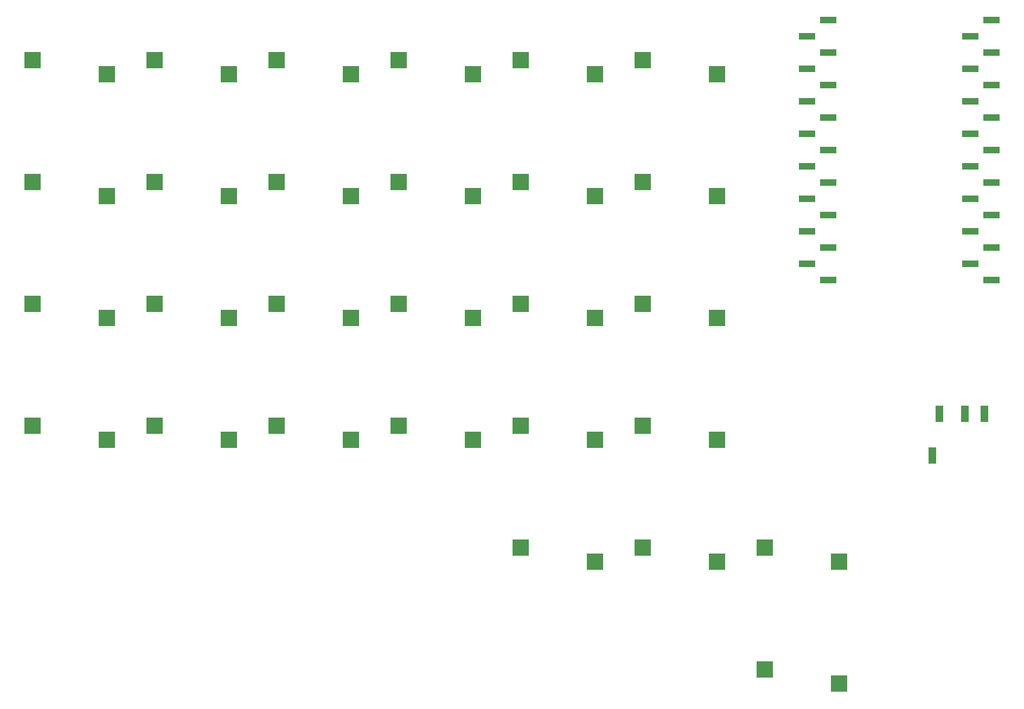
<source format=gbr>
%TF.GenerationSoftware,KiCad,Pcbnew,7.0.9*%
%TF.CreationDate,2024-11-16T13:28:32+01:00*%
%TF.ProjectId,ErgoBoard,4572676f-426f-4617-9264-2e6b69636164,rev?*%
%TF.SameCoordinates,Original*%
%TF.FileFunction,Paste,Bot*%
%TF.FilePolarity,Positive*%
%FSLAX46Y46*%
G04 Gerber Fmt 4.6, Leading zero omitted, Abs format (unit mm)*
G04 Created by KiCad (PCBNEW 7.0.9) date 2024-11-16 13:28:32*
%MOMM*%
%LPD*%
G01*
G04 APERTURE LIST*
%ADD10R,1.200000X2.500000*%
%ADD11R,2.510000X1.000000*%
%ADD12R,2.600000X2.600000*%
G04 APERTURE END LIST*
D10*
%TO.C,JackR1*%
X251575000Y-112320000D03*
X254575000Y-112320000D03*
X246475000Y-118820000D03*
X247575000Y-112320000D03*
%TD*%
D11*
%TO.C,GG12*%
X255685000Y-50800000D03*
X230225000Y-50800000D03*
X252375000Y-53340000D03*
X226915000Y-53340000D03*
X255685000Y-55880000D03*
X230225000Y-55880000D03*
X252375000Y-58420000D03*
X226915000Y-58420000D03*
X255685000Y-60960000D03*
X230225000Y-60960000D03*
X252375000Y-63500000D03*
X226915000Y-63500000D03*
X255685000Y-66040000D03*
X230225000Y-66040000D03*
X252375000Y-68580000D03*
X226915000Y-68580000D03*
X255685000Y-71120000D03*
X230225000Y-71120000D03*
X252375000Y-73660000D03*
X226915000Y-73660000D03*
X255685000Y-76200000D03*
X230225000Y-76200000D03*
X252375000Y-78740000D03*
X226915000Y-78740000D03*
X255685000Y-81280000D03*
X230225000Y-81280000D03*
X252375000Y-83820000D03*
X226915000Y-83820000D03*
X255685000Y-86360000D03*
X230225000Y-86360000D03*
X252375000Y-88900000D03*
X226915000Y-88900000D03*
X255685000Y-91440000D03*
X230225000Y-91440000D03*
%TD*%
D12*
%TO.C,SW19*%
X117575000Y-116440000D03*
X106025000Y-114240000D03*
%TD*%
%TO.C,SW16*%
X174725000Y-97390000D03*
X163175000Y-95190000D03*
%TD*%
%TO.C,SW2*%
X136625000Y-59290000D03*
X125075000Y-57090000D03*
%TD*%
%TO.C,SW25*%
X193775000Y-135490000D03*
X182225000Y-133290000D03*
%TD*%
%TO.C,SW5*%
X193775000Y-59290000D03*
X182225000Y-57090000D03*
%TD*%
%TO.C,SW10*%
X174725000Y-78340000D03*
X163175000Y-76140000D03*
%TD*%
%TO.C,SW12*%
X212825000Y-78340000D03*
X201275000Y-76140000D03*
%TD*%
%TO.C,SW3*%
X155675000Y-59290000D03*
X144125000Y-57090000D03*
%TD*%
%TO.C,SW24*%
X212825000Y-116440000D03*
X201275000Y-114240000D03*
%TD*%
%TO.C,SW4*%
X174725000Y-59290000D03*
X163175000Y-57090000D03*
%TD*%
%TO.C,SW7*%
X117575000Y-78340000D03*
X106025000Y-76140000D03*
%TD*%
%TO.C,SW23*%
X193775000Y-116440000D03*
X182225000Y-114240000D03*
%TD*%
%TO.C,SW18*%
X212825000Y-97390000D03*
X201275000Y-95190000D03*
%TD*%
%TO.C,SW9*%
X155675000Y-78340000D03*
X144125000Y-76140000D03*
%TD*%
%TO.C,SW21*%
X155675000Y-116440000D03*
X144125000Y-114240000D03*
%TD*%
%TO.C,SW11*%
X193775000Y-78340000D03*
X182225000Y-76140000D03*
%TD*%
%TO.C,SW6*%
X212825000Y-59290000D03*
X201275000Y-57090000D03*
%TD*%
%TO.C,SW15*%
X155675000Y-97390000D03*
X144125000Y-95190000D03*
%TD*%
%TO.C,SW1*%
X117575000Y-59290000D03*
X106025000Y-57090000D03*
%TD*%
%TO.C,SW27*%
X231875000Y-135490000D03*
X220325000Y-133290000D03*
%TD*%
%TO.C,SW26*%
X212825000Y-135490000D03*
X201275000Y-133290000D03*
%TD*%
%TO.C,SW28*%
X231875000Y-154540000D03*
X220325000Y-152340000D03*
%TD*%
%TO.C,SW17*%
X193775000Y-97390000D03*
X182225000Y-95190000D03*
%TD*%
%TO.C,SW13*%
X117575000Y-97390000D03*
X106025000Y-95190000D03*
%TD*%
%TO.C,SW14*%
X136625000Y-97390000D03*
X125075000Y-95190000D03*
%TD*%
%TO.C,SW8*%
X136625000Y-78340000D03*
X125075000Y-76140000D03*
%TD*%
%TO.C,SW20*%
X136625000Y-116440000D03*
X125075000Y-114240000D03*
%TD*%
%TO.C,SW22*%
X174725000Y-116440000D03*
X163175000Y-114240000D03*
%TD*%
M02*

</source>
